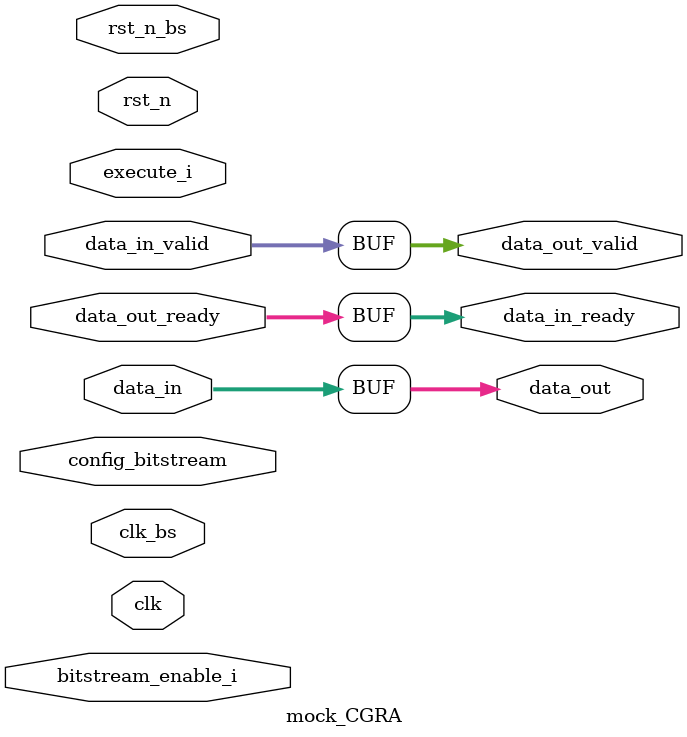
<source format=sv>

module mock_CGRA # (
    parameter int DATA_WIDTH = 32
) (
    // Clock and reset
    input  logic                        clk,
    input  logic                        clk_bs,
    input  logic                        rst_n,
    input  logic                        rst_n_bs,

    // Input data
    input  logic [4*DATA_WIDTH-1:0]     data_in,
    input  logic [3:0]                  data_in_valid,
    output logic [3:0]                  data_in_ready,

    // Output data
    output logic [4*DATA_WIDTH-1:0]     data_out,
    output logic [3:0]                  data_out_valid,
    input  logic [3:0]                  data_out_ready,

    // Configuration
    input  logic [159:0]                config_bitstream,
    input  logic                        bitstream_enable_i,
    input  logic                        execute_i
);

always_comb begin

    data_out = data_in;
    data_out_valid = data_in_valid;
    data_in_ready = data_out_ready;

end


endmodule

</source>
